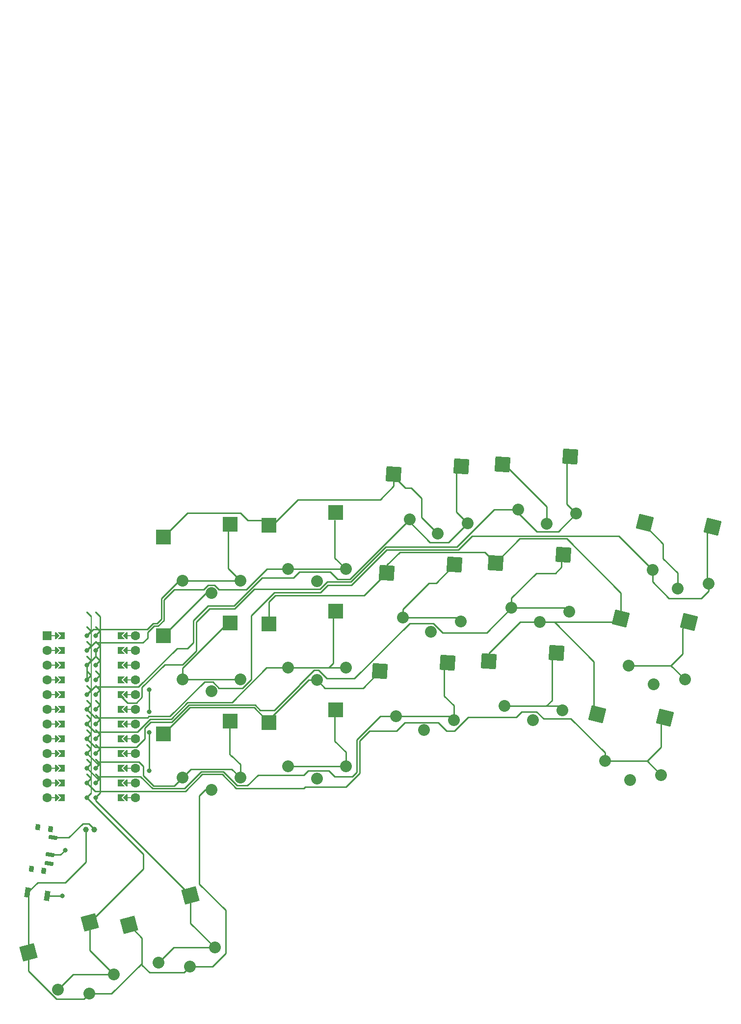
<source format=gbr>
%TF.GenerationSoftware,KiCad,Pcbnew,6.0.6-3a73a75311~116~ubuntu22.04.1*%
%TF.CreationDate,2022-07-27T09:59:41+02:00*%
%TF.ProjectId,kiboard,6b69626f-6172-4642-9e6b-696361645f70,v1.0.0*%
%TF.SameCoordinates,Original*%
%TF.FileFunction,Copper,L1,Top*%
%TF.FilePolarity,Positive*%
%FSLAX46Y46*%
G04 Gerber Fmt 4.6, Leading zero omitted, Abs format (unit mm)*
G04 Created by KiCad (PCBNEW 6.0.6-3a73a75311~116~ubuntu22.04.1) date 2022-07-27 09:59:41*
%MOMM*%
%LPD*%
G01*
G04 APERTURE LIST*
G04 Aperture macros list*
%AMRotRect*
0 Rectangle, with rotation*
0 The origin of the aperture is its center*
0 $1 length*
0 $2 width*
0 $3 Rotation angle, in degrees counterclockwise*
0 Add horizontal line*
21,1,$1,$2,0,0,$3*%
%AMFreePoly0*
4,1,5,0.125000,-0.500000,-0.125000,-0.500000,-0.125000,0.500000,0.125000,0.500000,0.125000,-0.500000,0.125000,-0.500000,$1*%
%AMFreePoly1*
4,1,6,0.600000,0.200000,0.000000,-0.400000,-0.600000,0.200000,-0.600000,0.400000,0.600000,0.400000,0.600000,0.200000,0.600000,0.200000,$1*%
%AMFreePoly2*
4,1,6,0.600000,-0.250000,-0.600000,-0.250000,-0.600000,1.000000,0.000000,0.400000,0.600000,1.000000,0.600000,-0.250000,0.600000,-0.250000,$1*%
%AMFreePoly3*
4,1,49,0.088388,4.152388,0.854389,3.386388,0.867708,3.368551,0.871189,3.365530,0.871982,3.362827,0.875852,3.357644,0.882333,3.327543,0.891000,3.298000,0.891000,0.766000,0.887805,0.743969,0.888131,0.739371,0.886780,0.736898,0.885852,0.730498,0.869154,0.704638,0.854389,0.677612,0.088388,-0.088388,0.064607,-0.106146,0.062500,-0.108253,0.061385,-0.108552,0.059644,-0.109852,
0.043810,-0.113261,0.000000,-0.125000,-0.004774,-0.123721,-0.009154,-0.124664,-0.028953,-0.117242,-0.062500,-0.108253,-0.068237,-0.102516,-0.075052,-0.099961,-0.087614,-0.083139,-0.108253,-0.062500,-0.111178,-0.051584,-0.117161,-0.043572,-0.118539,-0.024114,-0.125000,0.000000,-0.121239,0.014035,-0.122131,0.026629,-0.113759,0.041953,-0.108253,0.062500,-0.095642,0.075111,-0.088388,0.088388,
0.641000,0.817777,0.641000,3.246223,-0.088388,3.975612,-0.109852,4.004356,-0.124664,4.073154,-0.099961,4.139052,-0.043572,4.181161,0.026629,4.186131,0.088388,4.152388,0.088388,4.152388,$1*%
%AMFreePoly4*
4,1,49,0.088388,4.152388,0.850389,3.390388,0.863708,3.372551,0.867189,3.369530,0.867982,3.366827,0.871852,3.361644,0.878333,3.331543,0.887000,3.302000,0.887000,0.762000,0.883805,0.739969,0.884131,0.735371,0.882780,0.732898,0.881852,0.726498,0.865154,0.700638,0.850389,0.673612,0.088388,-0.088388,0.064607,-0.106146,0.062500,-0.108253,0.061385,-0.108552,0.059644,-0.109852,
0.043810,-0.113261,0.000000,-0.125000,-0.004774,-0.123721,-0.009154,-0.124664,-0.028953,-0.117242,-0.062500,-0.108253,-0.068237,-0.102516,-0.075052,-0.099961,-0.087614,-0.083139,-0.108253,-0.062500,-0.111178,-0.051584,-0.117161,-0.043572,-0.118539,-0.024114,-0.125000,0.000000,-0.121239,0.014035,-0.122131,0.026629,-0.113759,0.041953,-0.108253,0.062500,-0.095642,0.075111,-0.088388,0.088388,
0.637000,0.813777,0.637000,3.250223,-0.088388,3.975612,-0.109852,4.004356,-0.124664,4.073154,-0.099961,4.139052,-0.043572,4.181161,0.026629,4.186131,0.088388,4.152388,0.088388,4.152388,$1*%
G04 Aperture macros list end*
%TA.AperFunction,ComponentPad*%
%ADD10C,1.000000*%
%TD*%
%TA.AperFunction,SMDPad,CuDef*%
%ADD11RotRect,1.000000X0.800000X81.000000*%
%TD*%
%TA.AperFunction,SMDPad,CuDef*%
%ADD12RotRect,0.700000X1.500000X81.000000*%
%TD*%
%TA.AperFunction,SMDPad,CuDef*%
%ADD13RotRect,0.900000X1.700000X351.000000*%
%TD*%
%TA.AperFunction,SMDPad,CuDef*%
%ADD14RotRect,2.600000X2.600000X356.000000*%
%TD*%
%TA.AperFunction,SMDPad,CuDef*%
%ADD15R,2.600000X2.600000*%
%TD*%
%TA.AperFunction,ComponentPad*%
%ADD16C,2.032000*%
%TD*%
%TA.AperFunction,SMDPad,CuDef*%
%ADD17RotRect,2.600000X2.600000X15.000000*%
%TD*%
%TA.AperFunction,ComponentPad*%
%ADD18C,1.600000*%
%TD*%
%TA.AperFunction,SMDPad,CuDef*%
%ADD19FreePoly0,90.000000*%
%TD*%
%TA.AperFunction,SMDPad,CuDef*%
%ADD20FreePoly1,90.000000*%
%TD*%
%TA.AperFunction,SMDPad,CuDef*%
%ADD21FreePoly0,270.000000*%
%TD*%
%TA.AperFunction,SMDPad,CuDef*%
%ADD22FreePoly1,270.000000*%
%TD*%
%TA.AperFunction,ComponentPad*%
%ADD23R,1.600000X1.600000*%
%TD*%
%TA.AperFunction,ComponentPad*%
%ADD24C,0.800000*%
%TD*%
%TA.AperFunction,SMDPad,CuDef*%
%ADD25FreePoly2,270.000000*%
%TD*%
%TA.AperFunction,SMDPad,CuDef*%
%ADD26FreePoly3,270.000000*%
%TD*%
%TA.AperFunction,SMDPad,CuDef*%
%ADD27FreePoly4,90.000000*%
%TD*%
%TA.AperFunction,SMDPad,CuDef*%
%ADD28FreePoly2,90.000000*%
%TD*%
%TA.AperFunction,SMDPad,CuDef*%
%ADD29RotRect,2.600000X2.600000X346.000000*%
%TD*%
%TA.AperFunction,ViaPad*%
%ADD30C,0.800000*%
%TD*%
%TA.AperFunction,Conductor*%
%ADD31C,0.250000*%
%TD*%
G04 APERTURE END LIST*
D10*
%TO.P,,1*%
%TO.N,GND*%
X-4870835Y-12743763D03*
%TO.P,,2*%
%TO.N,pos*%
X-3370835Y-12743763D03*
%TD*%
D11*
%TO.P,,*%
%TO.N,*%
X-14268932Y-19506581D03*
X-10944169Y-12642176D03*
X-12086141Y-19852301D03*
X-13126961Y-12296456D03*
D12*
%TO.P,,1*%
%TO.N,pos*%
X-10521180Y-14126623D03*
%TO.P,,2*%
%TO.N,RAW*%
X-10990484Y-17089688D03*
%TO.P,,3*%
%TO.N,N/C*%
X-11225135Y-18571220D03*
%TD*%
D13*
%TO.P,,1*%
%TO.N,RST*%
X-11564097Y-24127329D03*
%TO.P,,2*%
%TO.N,GND*%
X-14922237Y-23595451D03*
%TD*%
D14*
%TO.P,S15,1*%
%TO.N,Switch08*%
X58768177Y32972619D03*
%TO.P,S15,2*%
%TO.N,GND*%
X47092848Y31583665D03*
%TD*%
D15*
%TO.P,S9,1*%
%TO.N,Switch07*%
X38275000Y24950000D03*
%TO.P,S9,2*%
%TO.N,GND*%
X26725000Y22750000D03*
%TD*%
D16*
%TO.P,S24,1*%
%TO.N,Switch04*%
X69783029Y42477414D03*
X79758670Y41779849D03*
%TO.P,S24,2*%
%TO.N,GND*%
X74624361Y40033747D03*
X74624361Y40033747D03*
%TD*%
%TO.P,S34,1*%
%TO.N,Switch17*%
X7727213Y-35647127D03*
X17386472Y-33058937D03*
%TO.P,S34,2*%
%TO.N,GND*%
X13100362Y-36381476D03*
X13100362Y-36381476D03*
%TD*%
D17*
%TO.P,S31,1*%
%TO.N,Switch16*%
X-4189901Y-28746366D03*
%TO.P,S31,2*%
%TO.N,GND*%
X-14776943Y-33860763D03*
%TD*%
D16*
%TO.P,S4,1*%
%TO.N,Switch06*%
X21800000Y13200000D03*
X11800000Y13200000D03*
%TO.P,S4,2*%
%TO.N,GND*%
X16800000Y11100000D03*
X16800000Y11100000D03*
%TD*%
D15*
%TO.P,S3,1*%
%TO.N,Switch06*%
X20075000Y22950000D03*
%TO.P,S3,2*%
%TO.N,GND*%
X8525000Y20750000D03*
%TD*%
%TO.P,S11,1*%
%TO.N,Switch02*%
X38275000Y41950000D03*
%TO.P,S11,2*%
%TO.N,GND*%
X26725000Y39750000D03*
%TD*%
D14*
%TO.P,S17,1*%
%TO.N,Switch03*%
X59954037Y49931207D03*
%TO.P,S17,2*%
%TO.N,GND*%
X48278708Y48542253D03*
%TD*%
D18*
%TO.P,MCU1,*%
%TO.N,*%
X-11520000Y5473356D03*
X3720000Y13093356D03*
D19*
X-10250000Y10553356D03*
D18*
X3720000Y393356D03*
D20*
X-9742000Y15633356D03*
D21*
X2450000Y-7226644D03*
X2450000Y393356D03*
D18*
X3720000Y20713356D03*
D22*
X1942000Y20713356D03*
D20*
X-9742000Y10553356D03*
D19*
X-10250000Y-7226644D03*
D18*
X-11520000Y-7226644D03*
D21*
X2450000Y-2146644D03*
D18*
X3720000Y5473356D03*
D22*
X1942000Y15633356D03*
D21*
X2450000Y-4686644D03*
X2450000Y10553356D03*
X2450000Y2933356D03*
D23*
X-11520000Y20713356D03*
D19*
X-10250000Y393356D03*
D18*
X3720000Y8013356D03*
D21*
X2450000Y8013356D03*
D18*
X3720000Y-7226644D03*
X-11520000Y15633356D03*
X3720000Y18173356D03*
D19*
X-10250000Y20713356D03*
D22*
X1942000Y18173356D03*
D20*
X-9742000Y-7226644D03*
D22*
X1942000Y2933356D03*
X1942000Y-2146644D03*
D18*
X-11520000Y20713356D03*
D22*
X1942000Y-4686644D03*
D21*
X2450000Y18173356D03*
D20*
X-9742000Y13093356D03*
D19*
X-10250000Y-4686644D03*
D22*
X1942000Y13093356D03*
D18*
X-11520000Y8013356D03*
D19*
X-10250000Y5473356D03*
D18*
X-11520000Y-2146644D03*
D19*
X-10250000Y13093356D03*
X-10250000Y-2146644D03*
X-10250000Y2933356D03*
D18*
X-11520000Y18173356D03*
X3720000Y10553356D03*
X-11520000Y13093356D03*
D22*
X1942000Y393356D03*
D18*
X3720000Y-4686644D03*
X-11520000Y10553356D03*
D20*
X-9742000Y18173356D03*
D18*
X-11520000Y393356D03*
D20*
X-9742000Y393356D03*
D21*
X2450000Y15633356D03*
X2450000Y20713356D03*
D18*
X-11520000Y2933356D03*
X3720000Y2933356D03*
D21*
X2450000Y13093356D03*
D22*
X1942000Y10553356D03*
D20*
X-9742000Y2933356D03*
X-9742000Y5473356D03*
X-9742000Y20713356D03*
X-9742000Y8013356D03*
D18*
X-11520000Y-4686644D03*
D19*
X-10250000Y18173356D03*
D18*
X3720000Y15633356D03*
D19*
X-10250000Y15633356D03*
X-10250000Y8013356D03*
D20*
X-9742000Y-2146644D03*
X-9742000Y-4686644D03*
D22*
X1942000Y-7226644D03*
X1942000Y5473356D03*
D21*
X2450000Y5473356D03*
D22*
X1942000Y8013356D03*
D18*
X3720000Y-2146644D03*
D24*
%TO.P,MCU1,1*%
%TO.N,RAW*%
X-3138000Y20713356D03*
D25*
X926000Y20713356D03*
D26*
X-3138000Y20713356D03*
D25*
%TO.P,MCU1,2*%
%TO.N,GND*%
X926000Y18173356D03*
D26*
X-3138000Y18173356D03*
D24*
X-3138000Y18173356D03*
D25*
%TO.P,MCU1,3*%
%TO.N,RST*%
X926000Y15633356D03*
D26*
X-3138000Y15633356D03*
D24*
X-3138000Y15633356D03*
D26*
%TO.P,MCU1,4*%
%TO.N,VCC*%
X-3138000Y13093356D03*
D24*
X-3138000Y13093356D03*
D25*
X926000Y13093356D03*
D26*
%TO.P,MCU1,5*%
%TO.N,Switch04*%
X-3138000Y10553356D03*
D24*
X-3138000Y10553356D03*
D25*
X926000Y10553356D03*
D24*
%TO.P,MCU1,6*%
%TO.N,Switch06*%
X-3138000Y8013356D03*
D25*
X926000Y8013356D03*
D26*
X-3138000Y8013356D03*
%TO.P,MCU1,7*%
%TO.N,Switch08*%
X-3138000Y5473356D03*
D24*
X-3138000Y5473356D03*
D25*
X926000Y5473356D03*
%TO.P,MCU1,8*%
%TO.N,Switch10*%
X926000Y2933356D03*
D26*
X-3138000Y2933356D03*
D24*
X-3138000Y2933356D03*
D25*
%TO.P,MCU1,9*%
%TO.N,Switch12*%
X926000Y393356D03*
D24*
X-3138000Y393356D03*
D26*
X-3138000Y393356D03*
D24*
%TO.P,MCU1,10*%
%TO.N,Switch14*%
X-3138000Y-2146644D03*
D25*
X926000Y-2146644D03*
D26*
X-3138000Y-2146644D03*
%TO.P,MCU1,11*%
%TO.N,P16*%
X-3138000Y-4686644D03*
D24*
X-3138000Y-4686644D03*
D25*
X926000Y-4686644D03*
D24*
%TO.P,MCU1,12*%
%TO.N,Switch17*%
X-3138000Y-7226644D03*
D25*
X926000Y-7226644D03*
D26*
X-3138000Y-7226644D03*
D27*
%TO.P,MCU1,13*%
%TO.N,Switch16*%
X-4662000Y-7226644D03*
D24*
X-4662000Y-7226644D03*
D28*
X-8726000Y-7226644D03*
D27*
%TO.P,MCU1,14*%
%TO.N,Switch15*%
X-4662000Y-4686644D03*
D28*
X-8726000Y-4686644D03*
D24*
X-4662000Y-4686644D03*
%TO.P,MCU1,15*%
%TO.N,Switch13*%
X-4662000Y-2146644D03*
D27*
X-4662000Y-2146644D03*
D28*
X-8726000Y-2146644D03*
D27*
%TO.P,MCU1,16*%
%TO.N,Switch11*%
X-4662000Y393356D03*
D24*
X-4662000Y393356D03*
D28*
X-8726000Y393356D03*
D27*
%TO.P,MCU1,17*%
%TO.N,Switch09*%
X-4662000Y2933356D03*
D28*
X-8726000Y2933356D03*
D24*
X-4662000Y2933356D03*
%TO.P,MCU1,18*%
%TO.N,Switch07*%
X-4662000Y5473356D03*
D28*
X-8726000Y5473356D03*
D27*
X-4662000Y5473356D03*
%TO.P,MCU1,19*%
%TO.N,Switch05*%
X-4662000Y8013356D03*
D28*
X-8726000Y8013356D03*
D24*
X-4662000Y8013356D03*
D27*
%TO.P,MCU1,20*%
%TO.N,Switch03*%
X-4662000Y10553356D03*
D28*
X-8726000Y10553356D03*
D24*
X-4662000Y10553356D03*
%TO.P,MCU1,21*%
%TO.N,GND*%
X-4662000Y13093356D03*
D27*
X-4662000Y13093356D03*
D28*
X-8726000Y13093356D03*
D27*
%TO.P,MCU1,22*%
X-4662000Y15633356D03*
D28*
X-8726000Y15633356D03*
D24*
X-4662000Y15633356D03*
D27*
%TO.P,MCU1,23*%
%TO.N,Switch02*%
X-4662000Y18173356D03*
D24*
X-4662000Y18173356D03*
D28*
X-8726000Y18173356D03*
D27*
%TO.P,MCU1,24*%
%TO.N,Switch01*%
X-4662000Y20713356D03*
D28*
X-8726000Y20713356D03*
D24*
X-4662000Y20713356D03*
%TD*%
D15*
%TO.P,S7,1*%
%TO.N,Switch12*%
X38275000Y7950000D03*
%TO.P,S7,2*%
%TO.N,GND*%
X26725000Y5750000D03*
%TD*%
%TO.P,S1,1*%
%TO.N,Switch11*%
X20075000Y5950000D03*
%TO.P,S1,2*%
%TO.N,GND*%
X8525000Y3750000D03*
%TD*%
D16*
%TO.P,S12,1*%
%TO.N,Switch02*%
X30000000Y32200000D03*
X40000000Y32200000D03*
%TO.P,S12,2*%
%TO.N,GND*%
X35000000Y30100000D03*
X35000000Y30100000D03*
%TD*%
D14*
%TO.P,S13,1*%
%TO.N,Switch13*%
X57582317Y16014030D03*
%TO.P,S13,2*%
%TO.N,GND*%
X45906988Y14625076D03*
%TD*%
D16*
%TO.P,S14,1*%
%TO.N,Switch13*%
X48647349Y6865015D03*
X58622990Y6167450D03*
%TO.P,S14,2*%
%TO.N,GND*%
X53488681Y4421348D03*
X53488681Y4421348D03*
%TD*%
%TO.P,S2,1*%
%TO.N,Switch11*%
X11800000Y-3800000D03*
X21800000Y-3800000D03*
%TO.P,S2,2*%
%TO.N,GND*%
X16800000Y-5900000D03*
X16800000Y-5900000D03*
%TD*%
%TO.P,S20,1*%
%TO.N,Switch14*%
X67411309Y8560236D03*
X77386950Y7862671D03*
%TO.P,S20,2*%
%TO.N,GND*%
X72252641Y6116569D03*
X72252641Y6116569D03*
%TD*%
%TO.P,S18,1*%
%TO.N,Switch03*%
X60994710Y40084627D03*
X51019069Y40782192D03*
%TO.P,S18,2*%
%TO.N,GND*%
X55860401Y38338525D03*
X55860401Y38338525D03*
%TD*%
D14*
%TO.P,S23,1*%
%TO.N,Switch04*%
X78717997Y51626429D03*
%TO.P,S23,2*%
%TO.N,GND*%
X67042668Y50237475D03*
%TD*%
D16*
%TO.P,S32,1*%
%TO.N,Switch16*%
X-193Y-37717680D03*
X-9659452Y-40305870D03*
%TO.P,S32,2*%
%TO.N,GND*%
X-4286303Y-41040219D03*
X-4286303Y-41040219D03*
%TD*%
%TO.P,S28,1*%
%TO.N,Switch10*%
X88805953Y15578974D03*
X98508910Y13159755D03*
%TO.P,S28,2*%
%TO.N,GND*%
X93149396Y12331743D03*
X93149396Y12331743D03*
%TD*%
D29*
%TO.P,S25,1*%
%TO.N,Switch15*%
X95081217Y6542426D03*
%TO.P,S25,2*%
%TO.N,GND*%
X83342073Y7201974D03*
%TD*%
D16*
%TO.P,S26,1*%
%TO.N,Switch15*%
X84693281Y-916053D03*
X94396238Y-3335272D03*
%TO.P,S26,2*%
%TO.N,GND*%
X89036724Y-4163284D03*
X89036724Y-4163284D03*
%TD*%
%TO.P,S30,1*%
%TO.N,Switch05*%
X92918625Y32074002D03*
X102621582Y29654783D03*
%TO.P,S30,2*%
%TO.N,GND*%
X97262068Y28826771D03*
X97262068Y28826771D03*
%TD*%
D15*
%TO.P,S5,1*%
%TO.N,Switch01*%
X20075000Y39950000D03*
%TO.P,S5,2*%
%TO.N,GND*%
X8525000Y37750000D03*
%TD*%
D16*
%TO.P,S22,1*%
%TO.N,Switch09*%
X68597169Y25518825D03*
X78572810Y24821260D03*
%TO.P,S22,2*%
%TO.N,GND*%
X73438501Y23075158D03*
X73438501Y23075158D03*
%TD*%
%TO.P,S16,1*%
%TO.N,Switch08*%
X59808850Y23126039D03*
X49833209Y23823604D03*
%TO.P,S16,2*%
%TO.N,GND*%
X54674541Y21379937D03*
X54674541Y21379937D03*
%TD*%
%TO.P,S10,1*%
%TO.N,Switch07*%
X30000000Y15200000D03*
X40000000Y15200000D03*
%TO.P,S10,2*%
%TO.N,GND*%
X35000000Y13100000D03*
X35000000Y13100000D03*
%TD*%
D14*
%TO.P,S21,1*%
%TO.N,Switch09*%
X77532137Y34667840D03*
%TO.P,S21,2*%
%TO.N,GND*%
X65856808Y33278886D03*
%TD*%
D29*
%TO.P,S29,1*%
%TO.N,Switch05*%
X103306561Y39532481D03*
%TO.P,S29,2*%
%TO.N,GND*%
X91567417Y40192029D03*
%TD*%
%TO.P,S27,1*%
%TO.N,Switch10*%
X99193889Y23037453D03*
%TO.P,S27,2*%
%TO.N,GND*%
X87454745Y23697001D03*
%TD*%
D16*
%TO.P,S6,1*%
%TO.N,Switch01*%
X11800000Y30200000D03*
X21800000Y30200000D03*
%TO.P,S6,2*%
%TO.N,GND*%
X16800000Y28100000D03*
X16800000Y28100000D03*
%TD*%
D14*
%TO.P,S19,1*%
%TO.N,Switch14*%
X76346277Y17709251D03*
%TO.P,S19,2*%
%TO.N,GND*%
X64670948Y16320297D03*
%TD*%
D16*
%TO.P,S8,1*%
%TO.N,Switch12*%
X40000000Y-1800000D03*
X30000000Y-1800000D03*
%TO.P,S8,2*%
%TO.N,GND*%
X35000000Y-3900000D03*
X35000000Y-3900000D03*
%TD*%
D17*
%TO.P,S33,1*%
%TO.N,Switch17*%
X13196764Y-24087623D03*
%TO.P,S33,2*%
%TO.N,GND*%
X2609722Y-29202020D03*
%TD*%
D30*
%TO.N,RAW*%
X-8382000Y-16256000D03*
%TO.N,RST*%
X6096000Y11430000D03*
X6096000Y7620000D03*
X6096000Y4064000D03*
X6096000Y-2540000D03*
X-8890000Y-24130000D03*
%TD*%
D31*
%TO.N,RAW*%
X-8382000Y-16256000D02*
X-9215688Y-17089688D01*
X-9215688Y-17089688D02*
X-10990484Y-17089688D01*
%TO.N,pos*%
X-3370835Y-12743763D02*
X-3370835Y-12631165D01*
X-4318000Y-11684000D02*
X-5334000Y-11684000D01*
X-3370835Y-12631165D02*
X-4318000Y-11684000D01*
X-5334000Y-11684000D02*
X-7776623Y-14126623D01*
X-7776623Y-14126623D02*
X-10521180Y-14126623D01*
%TO.N,RST*%
X6096000Y7620000D02*
X6096000Y11430000D01*
X6096000Y-2540000D02*
X6096000Y4064000D01*
%TO.N,Switch05*%
X27690699Y28194000D02*
X23675001Y24178302D01*
X35626857Y28194000D02*
X27690699Y28194000D01*
X36896857Y29464000D02*
X35626857Y28194000D01*
X59436000Y35560000D02*
X47069669Y35560000D01*
X61780000Y37904000D02*
X59436000Y35560000D01*
X18112461Y11684000D02*
X17046461Y12750000D01*
X40973669Y29464000D02*
X36896857Y29464000D01*
X22180461Y11684000D02*
X18112461Y11684000D01*
X15615812Y12750000D02*
X9665812Y6800000D01*
X23675001Y13178540D02*
X22180461Y11684000D01*
X23675001Y24178302D02*
X23675001Y13178540D01*
X47069669Y35560000D02*
X40973669Y29464000D01*
X87088627Y37904000D02*
X61780000Y37904000D01*
X92918625Y32074002D02*
X87088627Y37904000D01*
X17046461Y12750000D02*
X15615812Y12750000D01*
X5839208Y6604000D02*
X-3252644Y6604000D01*
X9665812Y6800000D02*
X6035208Y6800000D01*
X6035208Y6800000D02*
X5839208Y6604000D01*
X-3252644Y6604000D02*
X-4662000Y8013356D01*
%TO.N,Switch11*%
X-4662000Y393356D02*
X-2847000Y-1421644D01*
X-2847000Y-1421644D02*
X-2447000Y-1021644D01*
X6848396Y-5196000D02*
X10404000Y-5196000D01*
X-2447000Y-1021644D02*
X4323644Y-1021644D01*
X4323644Y-1021644D02*
X5080000Y-1778000D01*
X5080000Y-1778000D02*
X5080000Y-3427604D01*
X5080000Y-3427604D02*
X6848396Y-5196000D01*
X10404000Y-5196000D02*
X11800000Y-3800000D01*
%TO.N,Switch13*%
X33509000Y-2559000D02*
X37103000Y-2559000D01*
X12134000Y-5646000D02*
X15044000Y-2736000D01*
X32766000Y-3302000D02*
X33509000Y-2559000D01*
X41910000Y2794000D02*
X45981015Y6865015D01*
X24892000Y-3302000D02*
X32766000Y-3302000D01*
X23053000Y-5141000D02*
X24892000Y-3302000D01*
X21244539Y-5141000D02*
X23053000Y-5141000D01*
X18839539Y-2736000D02*
X21244539Y-5141000D01*
X15044000Y-2736000D02*
X18839539Y-2736000D01*
X4577644Y-3561644D02*
X6662000Y-5646000D01*
X6662000Y-5646000D02*
X12134000Y-5646000D01*
X-2847000Y-3961644D02*
X-2447000Y-3561644D01*
X-2447000Y-3561644D02*
X4577644Y-3561644D01*
X-4662000Y-2146644D02*
X-2847000Y-3961644D01*
X37103000Y-2559000D02*
X38100000Y-3556000D01*
X38100000Y-3556000D02*
X41157282Y-3556000D01*
X41157282Y-3556000D02*
X41910000Y-2803282D01*
X41910000Y-2803282D02*
X41910000Y2794000D01*
X45981015Y6865015D02*
X48647349Y6865015D01*
%TO.N,Switch07*%
X30000000Y15200000D02*
X26332857Y15200000D01*
X12718927Y9216719D02*
X9852208Y6350000D01*
X26332857Y15200000D02*
X20349576Y9216719D01*
X20349576Y9216719D02*
X12718927Y9216719D01*
X9852208Y6350000D02*
X6221604Y6350000D01*
X6221604Y6350000D02*
X4016960Y4145356D01*
X4016960Y4145356D02*
X-3334000Y4145356D01*
X-3334000Y4145356D02*
X-4662000Y5473356D01*
%TO.N,Switch09*%
X32004000Y12192000D02*
X27686000Y7874000D01*
X27686000Y7874000D02*
X25237396Y7874000D01*
X25237396Y7874000D02*
X24344677Y8766719D01*
X24344677Y8766719D02*
X12905323Y8766719D01*
X32004000Y12210000D02*
X32004000Y12192000D01*
X34544000Y14750000D02*
X32004000Y12210000D01*
X56735242Y21242758D02*
X55118000Y22860000D01*
X35306000Y14750000D02*
X34544000Y14750000D01*
X9980604Y5842000D02*
X6350000Y5842000D01*
X36739281Y13316719D02*
X35306000Y14750000D01*
X55118000Y22860000D02*
X51054000Y22860000D01*
X51054000Y22860000D02*
X41510719Y13316719D01*
X41510719Y13316719D02*
X36739281Y13316719D01*
X64321102Y21242758D02*
X56735242Y21242758D01*
X68597169Y25518825D02*
X64321102Y21242758D01*
X12905323Y8766719D02*
X9980604Y5842000D01*
X6350000Y5842000D02*
X5295000Y4787000D01*
X5295000Y4787000D02*
X5295000Y2917365D01*
X5295000Y2917365D02*
X3901635Y1524000D01*
X3901635Y1524000D02*
X-3252644Y1524000D01*
X-3252644Y1524000D02*
X-4662000Y2933356D01*
%TO.N,Switch04*%
X14166000Y18097395D02*
X11816605Y15748000D01*
X14166000Y23114000D02*
X14166000Y18097395D01*
X16452000Y25400000D02*
X14166000Y23114000D01*
X20830792Y25400000D02*
X16452000Y25400000D01*
X11816605Y15748000D02*
X8764396Y15748000D01*
X36826461Y30030000D02*
X35555461Y28759000D01*
X4845000Y10087365D02*
X3901635Y9144000D01*
X24189792Y28759000D02*
X20830792Y25400000D01*
X40903273Y30030000D02*
X36826461Y30030000D01*
X46883273Y36010000D02*
X40903273Y30030000D01*
X59124000Y36010000D02*
X46883273Y36010000D01*
X65591414Y42477414D02*
X59124000Y36010000D01*
X35555461Y28759000D02*
X24189792Y28759000D01*
X69783029Y42477414D02*
X65591414Y42477414D01*
X8764396Y15748000D02*
X4845000Y11828604D01*
X4845000Y11828604D02*
X4845000Y10087365D01*
X3901635Y9144000D02*
X2335356Y9144000D01*
X2335356Y9144000D02*
X926000Y10553356D01*
%TO.N,GND*%
X-4662000Y15633356D02*
X-4662000Y13093356D01*
X-3138000Y18173356D02*
X-3138000Y17157356D01*
X-3138000Y17157356D02*
X-4662000Y15633356D01*
X-14776943Y-33860763D02*
X-14776943Y-23740745D01*
X-14776943Y-23740745D02*
X-14922237Y-23595451D01*
%TO.N,RST*%
X-11564097Y-24127329D02*
X-8892671Y-24127329D01*
X-8892671Y-24127329D02*
X-8890000Y-24130000D01*
%TO.N,GND*%
X-13170786Y-21844000D02*
X-8382000Y-21844000D01*
X-14922237Y-23595451D02*
X-13170786Y-21844000D01*
X-8382000Y-21844000D02*
X-4870835Y-18332835D01*
X-4870835Y-18332835D02*
X-4870835Y-12743763D01*
%TO.N,Switch16*%
X-4189901Y-28746366D02*
X5080000Y-19476465D01*
X5080000Y-19476465D02*
X5080000Y-16968644D01*
X5080000Y-16968644D02*
X-4662000Y-7226644D01*
%TO.N,Switch03*%
X10922000Y18542000D02*
X4257356Y11877356D01*
X13716000Y19558000D02*
X12700000Y18542000D01*
X25528396Y30734000D02*
X20702396Y25908000D01*
X16256000Y25908000D02*
X13716000Y23368000D01*
X20702396Y25908000D02*
X16256000Y25908000D01*
X30988000Y30734000D02*
X25528396Y30734000D01*
X40716877Y30480000D02*
X38608000Y30480000D01*
X12700000Y18542000D02*
X10922000Y18542000D01*
X32004000Y31750000D02*
X30988000Y30734000D01*
X37338000Y31750000D02*
X32004000Y31750000D01*
X13716000Y23368000D02*
X13716000Y19558000D01*
X38608000Y30480000D02*
X37338000Y31750000D01*
X51019069Y40782192D02*
X40716877Y30480000D01*
X4257356Y11877356D02*
X-3338000Y11877356D01*
X-3338000Y11877356D02*
X-4662000Y10553356D01*
%TO.N,Switch07*%
X36235000Y15200000D02*
X37044000Y15200000D01*
X37044000Y15200000D02*
X37846000Y16002000D01*
X37846000Y16002000D02*
X37846000Y24521000D01*
X37846000Y24521000D02*
X38275000Y24950000D01*
%TO.N,GND*%
X26725000Y22750000D02*
X26725000Y26591905D01*
X26725000Y26591905D02*
X27819095Y27686000D01*
X27819095Y27686000D02*
X43195183Y27686000D01*
X43195183Y27686000D02*
X47092848Y31583665D01*
X8525000Y37750000D02*
X12685000Y41910000D01*
X12685000Y41910000D02*
X21844000Y41910000D01*
X21844000Y41910000D02*
X23114000Y40640000D01*
X23114000Y40640000D02*
X25835000Y40640000D01*
X25835000Y40640000D02*
X26725000Y39750000D01*
%TO.N,Switch01*%
X11800000Y30200000D02*
X11275604Y30200000D01*
X11275604Y30200000D02*
X8186000Y27110396D01*
X8186000Y27110396D02*
X8186000Y23554396D01*
X8186000Y23554396D02*
X7456604Y22825000D01*
X-3537000Y21838356D02*
X-4662000Y20713356D01*
X7456604Y22825000D02*
X6713604Y22825000D01*
X6713604Y22825000D02*
X5726960Y21838356D01*
X5726960Y21838356D02*
X-3537000Y21838356D01*
%TO.N,Switch02*%
X15505539Y28702000D02*
X16244539Y29441000D01*
X10414000Y28702000D02*
X15505539Y28702000D01*
X16244539Y29441000D02*
X17355461Y29441000D01*
X6900000Y22375000D02*
X7643000Y22375000D01*
X17355461Y29441000D02*
X18094461Y28702000D01*
X5842000Y21317000D02*
X6900000Y22375000D01*
X-4662000Y18173356D02*
X-3338000Y19497356D01*
X5019356Y19497356D02*
X5842000Y20320000D01*
X8636000Y26924000D02*
X10414000Y28702000D01*
X8636000Y23368000D02*
X8636000Y26924000D01*
X-3338000Y19497356D02*
X5019356Y19497356D01*
X7643000Y22375000D02*
X8636000Y23368000D01*
X5842000Y20320000D02*
X5842000Y21317000D01*
X18094461Y28702000D02*
X22860000Y28702000D01*
X22860000Y28702000D02*
X26358000Y32200000D01*
X26358000Y32200000D02*
X30000000Y32200000D01*
%TO.N,Switch09*%
X72898000Y31496000D02*
X76200000Y31496000D01*
X76200000Y31496000D02*
X77224470Y32520470D01*
X68597169Y25518825D02*
X68597169Y27195169D01*
X68597169Y27195169D02*
X72898000Y31496000D01*
X77224470Y32520470D02*
X77224470Y34667840D01*
%TO.N,GND*%
X64670948Y17680948D02*
X70104000Y23114000D01*
X64670948Y16320297D02*
X64670948Y17680948D01*
X70104000Y23114000D02*
X70142842Y23075158D01*
X70142842Y23075158D02*
X73438501Y23075158D01*
X8525000Y3750000D02*
X13091719Y8316719D01*
X13091719Y8316719D02*
X24158281Y8316719D01*
X24158281Y8316719D02*
X26725000Y5750000D01*
X26725000Y5750000D02*
X26725000Y6230003D01*
X26725000Y6230003D02*
X33594997Y13100000D01*
X33594997Y13100000D02*
X35000000Y13100000D01*
X45906988Y14625076D02*
X42965912Y11684000D01*
X42965912Y11684000D02*
X36416000Y11684000D01*
X36416000Y11684000D02*
X35000000Y13100000D01*
X83342073Y7201974D02*
X82804000Y7740047D01*
X82804000Y16256000D02*
X75984842Y23075158D01*
X82804000Y7740047D02*
X82804000Y16256000D01*
X75984842Y23075158D02*
X73438501Y23075158D01*
X65856808Y33278886D02*
X70031922Y37454000D01*
X70031922Y37454000D02*
X78116000Y37454000D01*
X78116000Y37454000D02*
X87454745Y28115255D01*
X87454745Y28115255D02*
X87454745Y23697001D01*
X87454745Y23697001D02*
X86832902Y23075158D01*
X86832902Y23075158D02*
X73438501Y23075158D01*
X47092848Y31583665D02*
X47092848Y32886840D01*
X47092848Y32886840D02*
X49316008Y35110000D01*
X49316008Y35110000D02*
X64025694Y35110000D01*
X64025694Y35110000D02*
X65856808Y33278886D01*
X97262068Y28826771D02*
X97262068Y31515932D01*
X97262068Y31515932D02*
X94742000Y34036000D01*
X94742000Y36576000D02*
X91567417Y39750583D01*
X91567417Y39750583D02*
X91567417Y40192029D01*
X94742000Y34036000D02*
X94742000Y36576000D01*
%TO.N,Switch05*%
X102621582Y29654783D02*
X102362000Y29914365D01*
X102362000Y29914365D02*
X102362000Y38587920D01*
X102362000Y38587920D02*
X103306561Y39532481D01*
X92918625Y32074002D02*
X92918625Y30017375D01*
X92918625Y30017375D02*
X95758000Y27178000D01*
X95758000Y27178000D02*
X101346000Y27178000D01*
X101346000Y27178000D02*
X102621582Y28453582D01*
X102621582Y28453582D02*
X102621582Y29654783D01*
%TO.N,GND*%
X74624361Y40033747D02*
X74624361Y42977639D01*
X74624361Y42977639D02*
X67364525Y50237475D01*
X67364525Y50237475D02*
X67042668Y50237475D01*
%TO.N,Switch04*%
X69783029Y42477414D02*
X69783029Y41846193D01*
X69783029Y41846193D02*
X72936475Y38692747D01*
X72936475Y38692747D02*
X76671568Y38692747D01*
X76671568Y38692747D02*
X79758670Y41779849D01*
%TO.N,GND*%
X48278708Y48542253D02*
X48278708Y46500708D01*
X48278708Y46500708D02*
X45974000Y44196000D01*
X45974000Y44196000D02*
X31750000Y44196000D01*
X31750000Y44196000D02*
X27304000Y39750000D01*
X27304000Y39750000D02*
X26725000Y39750000D01*
X55860401Y38338525D02*
X53086000Y41112926D01*
X53086000Y41112926D02*
X53086000Y44450000D01*
X53086000Y44450000D02*
X51308000Y46228000D01*
X51308000Y46228000D02*
X50292000Y46228000D01*
X50292000Y46228000D02*
X48278708Y48241292D01*
X48278708Y48241292D02*
X48278708Y48542253D01*
%TO.N,Switch03*%
X60994710Y40084627D02*
X57740083Y36830000D01*
X57740083Y36830000D02*
X54536631Y36830000D01*
X54536631Y36830000D02*
X51019069Y40347562D01*
X51019069Y40347562D02*
X51019069Y40782192D01*
%TO.N,GND*%
X8525000Y20750000D02*
X15875000Y28100000D01*
X15875000Y28100000D02*
X16800000Y28100000D01*
X13100362Y-36381476D02*
X16977215Y-36381476D01*
X16977215Y-36381476D02*
X19269753Y-34088938D01*
X19269753Y-26635753D02*
X14732000Y-22098000D01*
X19269753Y-34088938D02*
X19269753Y-26635753D01*
X14732000Y-22098000D02*
X14732000Y-6858000D01*
X14732000Y-6858000D02*
X15690000Y-5900000D01*
X15690000Y-5900000D02*
X16800000Y-5900000D01*
%TO.N,Switch15*%
X57404000Y4318000D02*
X55959652Y5762348D01*
X58782090Y4318000D02*
X57404000Y4318000D01*
X55959652Y5762348D02*
X50212348Y5762348D01*
X61141045Y6676955D02*
X58782090Y4318000D01*
X69414955Y6676955D02*
X61141045Y6676955D01*
X70358000Y7620000D02*
X69414955Y6676955D01*
X72898000Y7620000D02*
X70358000Y7620000D01*
X12320397Y-6096000D02*
X-3252644Y-6096000D01*
X48768000Y4318000D02*
X44070396Y4318000D01*
X50212348Y5762348D02*
X48768000Y4318000D01*
X74129746Y6388254D02*
X72898000Y7620000D01*
X42360000Y-2989678D02*
X40015678Y-5334000D01*
X40015678Y-5334000D02*
X33020000Y-5334000D01*
X78825814Y6388254D02*
X74129746Y6388254D01*
X84693281Y520787D02*
X78825814Y6388254D01*
X15230397Y-3186000D02*
X12320397Y-6096000D01*
X84693281Y-916053D02*
X84693281Y520787D01*
X44070396Y4318000D02*
X42360000Y2607604D01*
X42360000Y2607604D02*
X42360000Y-2989678D01*
X33020000Y-5334000D02*
X32763000Y-5591000D01*
X32763000Y-5591000D02*
X21058143Y-5591000D01*
X21058143Y-5591000D02*
X18653143Y-3186000D01*
X18653143Y-3186000D02*
X15230397Y-3186000D01*
X-3252644Y-6096000D02*
X-4662000Y-4686644D01*
%TO.N,Switch11*%
X11800000Y-3800000D02*
X13314000Y-2286000D01*
X13314000Y-2286000D02*
X20286000Y-2286000D01*
X20286000Y-2286000D02*
X21800000Y-3800000D01*
%TO.N,GND*%
X4826000Y-36068000D02*
X4826000Y-35814000D01*
X4826000Y-35814000D02*
X4826000Y-31418298D01*
X-4286303Y-41040219D02*
X-400219Y-41040219D01*
X-400219Y-41040219D02*
X4826000Y-35814000D01*
X6155475Y-37397475D02*
X4826000Y-36068000D01*
X12084363Y-37397475D02*
X6155475Y-37397475D01*
X13100362Y-36381476D02*
X12084363Y-37397475D01*
X4826000Y-31418298D02*
X2609722Y-29202020D01*
X-14776943Y-33860763D02*
X-14776943Y-37084840D01*
X-14776943Y-37084840D02*
X-9951783Y-41910000D01*
X-9951783Y-41910000D02*
X-5156084Y-41910000D01*
X-5156084Y-41910000D02*
X-4286303Y-41040219D01*
%TO.N,Switch17*%
X13196764Y-24087623D02*
X-3138000Y-7752859D01*
X-3138000Y-7752859D02*
X-3138000Y-7226644D01*
X13196764Y-24087623D02*
X13196764Y-28869229D01*
X13196764Y-28869229D02*
X17386472Y-33058937D01*
%TO.N,Switch16*%
X-4189901Y-28746366D02*
X-4189901Y-33527972D01*
X-4189901Y-33527972D02*
X-193Y-37717680D01*
%TO.N,Switch07*%
X36235000Y15200000D02*
X40000000Y15200000D01*
X30000000Y15200000D02*
X36235000Y15200000D01*
%TO.N,Switch14*%
X74600236Y8560236D02*
X76689385Y8560236D01*
X67411309Y8560236D02*
X74600236Y8560236D01*
X75565000Y9525000D02*
X75565000Y16510000D01*
X74600236Y8560236D02*
X75565000Y9525000D01*
%TO.N,Switch15*%
X91977019Y-916053D02*
X94347748Y1454676D01*
X94347748Y1454676D02*
X94347748Y6542426D01*
%TO.N,Switch04*%
X79758670Y41779849D02*
X78105000Y43433519D01*
X78105000Y43433519D02*
X78105000Y51013432D01*
X78105000Y51013432D02*
X78717997Y51626429D01*
%TO.N,Switch03*%
X60994710Y40084627D02*
X59055000Y42024337D01*
X59055000Y42024337D02*
X59055000Y48895000D01*
%TO.N,Switch01*%
X21800000Y30200000D02*
X19685000Y32315000D01*
X19685000Y32315000D02*
X19685000Y38735000D01*
%TO.N,Switch02*%
X40000000Y32200000D02*
X38100000Y34100000D01*
X38100000Y34100000D02*
X38100000Y40640000D01*
%TO.N,Switch13*%
X58622990Y6167450D02*
X58622990Y8697414D01*
X58622990Y8697414D02*
X57004930Y10315474D01*
X57004930Y10315474D02*
X57004930Y15436643D01*
X57004930Y15436643D02*
X57582317Y16014030D01*
%TO.N,Switch12*%
X40000000Y640000D02*
X38100000Y2540000D01*
X40000000Y-1800000D02*
X40000000Y640000D01*
X38100000Y2540000D02*
X38100000Y7775000D01*
X38100000Y7775000D02*
X38275000Y7950000D01*
%TO.N,Switch11*%
X21800000Y-1480000D02*
X20320000Y0D01*
X21800000Y-3800000D02*
X21800000Y-1480000D01*
X20320000Y0D02*
X20246697Y0D01*
X20246697Y0D02*
X19924999Y321698D01*
X19924999Y321698D02*
X19924999Y5799999D01*
X19924999Y5799999D02*
X20075000Y5950000D01*
%TO.N,Switch10*%
X99193889Y23037453D02*
X98121474Y21965038D01*
X98121474Y21965038D02*
X98121474Y17610757D01*
X98121474Y17610757D02*
X96089691Y15578974D01*
%TO.N,Switch08*%
X49833209Y23823604D02*
X49833209Y25260444D01*
X49833209Y25260444D02*
X54345534Y29772769D01*
X54345534Y29772769D02*
X55568327Y29772769D01*
X55568327Y29772769D02*
X58768177Y32972619D01*
%TO.N,Switch07*%
X38275000Y23946981D02*
X38275000Y24950000D01*
%TO.N,Switch06*%
X11800000Y13200000D02*
X11800000Y15094999D01*
X11800000Y15094999D02*
X19655001Y22950000D01*
X19655001Y22950000D02*
X20075000Y22950000D01*
%TO.N,Switch01*%
X19630000Y39950000D02*
X20075000Y39950000D01*
%TO.N,Switch16*%
X-9659452Y-40305870D02*
X-7071262Y-37717680D01*
X-7071262Y-37717680D02*
X-193Y-37717680D01*
%TO.N,Switch17*%
X7727213Y-35647127D02*
X10315403Y-33058937D01*
X10315403Y-33058937D02*
X17386472Y-33058937D01*
%TO.N,Switch12*%
X30000000Y-1800000D02*
X40000000Y-1800000D01*
%TO.N,Switch06*%
X11800000Y13200000D02*
X21800000Y13200000D01*
%TO.N,Switch08*%
X49833209Y23823604D02*
X59111285Y23823604D01*
X59111285Y23823604D02*
X59808850Y23126039D01*
%TO.N,Switch13*%
X48647349Y6865015D02*
X57925425Y6865015D01*
X57925425Y6865015D02*
X58622990Y6167450D01*
%TO.N,Switch09*%
X68597169Y25518825D02*
X77875245Y25518825D01*
X77875245Y25518825D02*
X78572810Y24821260D01*
%TO.N,Switch14*%
X76689385Y8560236D02*
X77386950Y7862671D01*
%TO.N,Switch15*%
X84693281Y-916053D02*
X91977019Y-916053D01*
X91977019Y-916053D02*
X94396238Y-3335272D01*
%TO.N,Switch10*%
X88805953Y15578974D02*
X96089691Y15578974D01*
X96089691Y15578974D02*
X98508910Y13159755D01*
%TO.N,Switch02*%
X30000000Y32200000D02*
X40000000Y32200000D01*
%TO.N,Switch01*%
X11800000Y30200000D02*
X21800000Y30200000D01*
%TD*%
M02*

</source>
